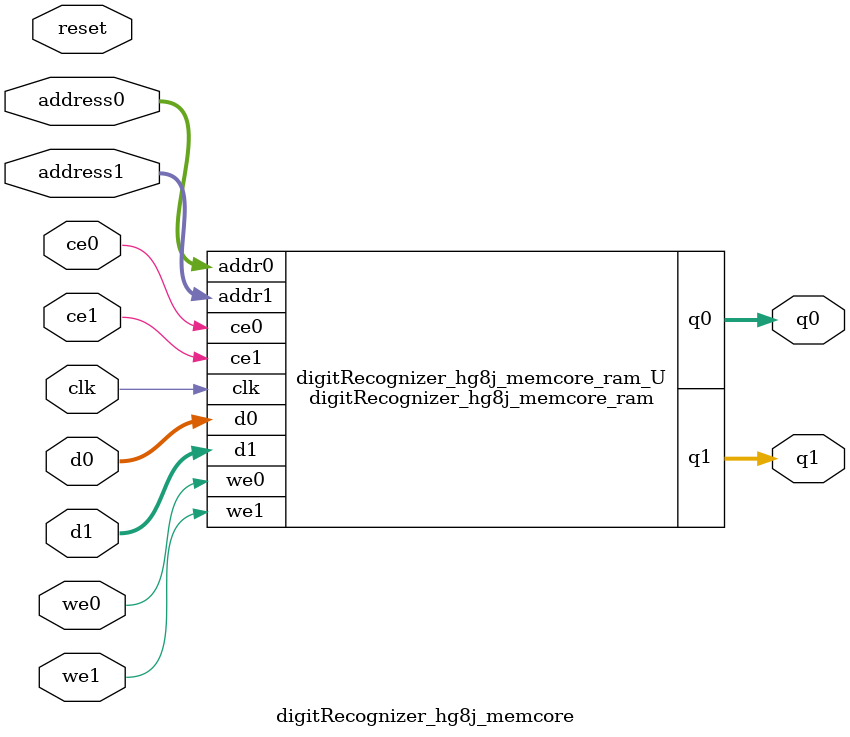
<source format=v>

`timescale 1 ns / 1 ps
module digitRecognizer_hg8j_memcore_ram (addr0, ce0, d0, we0, q0, addr1, ce1, d1, we1, q1,  clk);

parameter DWIDTH = 32;
parameter AWIDTH = 6;
parameter MEM_SIZE = 64;

input[AWIDTH-1:0] addr0;
input ce0;
input[DWIDTH-1:0] d0;
input we0;
output reg[DWIDTH-1:0] q0;
input[AWIDTH-1:0] addr1;
input ce1;
input[DWIDTH-1:0] d1;
input we1;
output reg[DWIDTH-1:0] q1;
input clk;

(* ram_style = "block" *)reg [DWIDTH-1:0] ram[0:MEM_SIZE-1];




always @(posedge clk)  
begin 
    if (ce0) 
    begin
        if (we0) 
        begin 
            ram[addr0] <= d0; 
            q0 <= d0;
        end 
        else 
            q0 <= ram[addr0];
    end
end


always @(posedge clk)  
begin 
    if (ce1) 
    begin
        if (we1) 
        begin 
            ram[addr1] <= d1; 
            q1 <= d1;
        end 
        else 
            q1 <= ram[addr1];
    end
end


endmodule


`timescale 1 ns / 1 ps
module digitRecognizer_hg8j_memcore(
    reset,
    clk,
    address0,
    ce0,
    we0,
    d0,
    q0,
    address1,
    ce1,
    we1,
    d1,
    q1);

parameter DataWidth = 32'd32;
parameter AddressRange = 32'd64;
parameter AddressWidth = 32'd6;
input reset;
input clk;
input[AddressWidth - 1:0] address0;
input ce0;
input we0;
input[DataWidth - 1:0] d0;
output[DataWidth - 1:0] q0;
input[AddressWidth - 1:0] address1;
input ce1;
input we1;
input[DataWidth - 1:0] d1;
output[DataWidth - 1:0] q1;



digitRecognizer_hg8j_memcore_ram digitRecognizer_hg8j_memcore_ram_U(
    .clk( clk ),
    .addr0( address0 ),
    .ce0( ce0 ),
    .d0( d0 ),
    .we0( we0 ),
    .q0( q0 ),
    .addr1( address1 ),
    .ce1( ce1 ),
    .d1( d1 ),
    .we1( we1 ),
    .q1( q1 ));

endmodule


</source>
